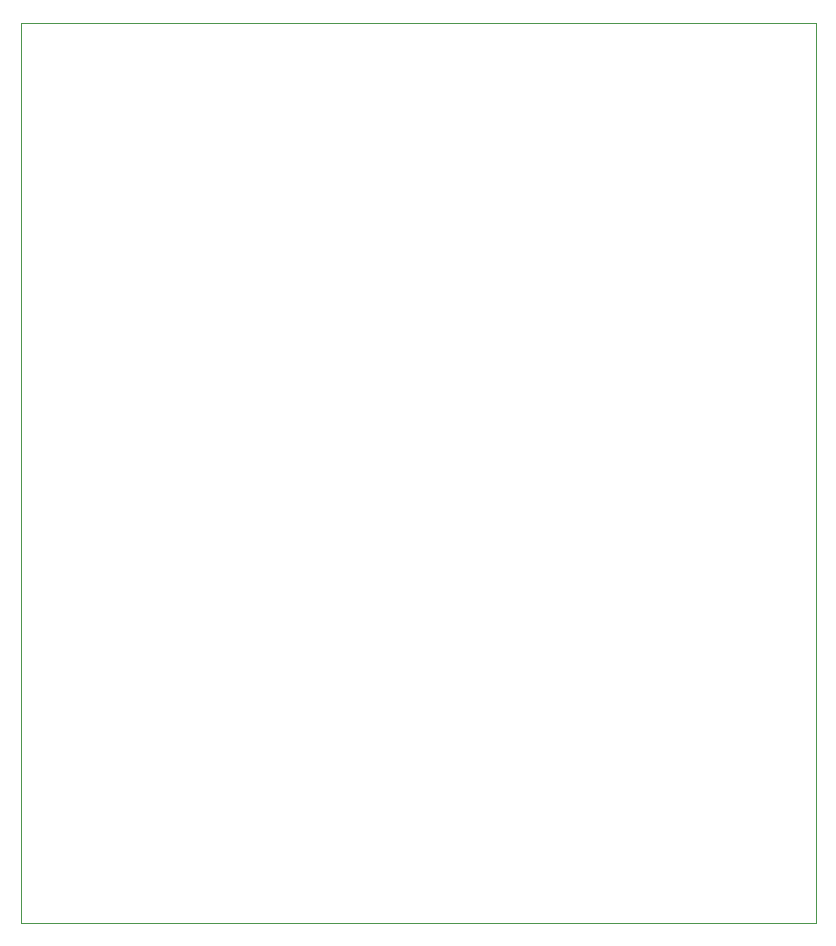
<source format=gbr>
G04 #@! TF.FileFunction,Profile,NP*
%FSLAX46Y46*%
G04 Gerber Fmt 4.6, Leading zero omitted, Abs format (unit mm)*
G04 Created by KiCad (PCBNEW 4.0.4-stable) date 04/16/17 22:08:56*
%MOMM*%
%LPD*%
G01*
G04 APERTURE LIST*
%ADD10C,0.100000*%
G04 APERTURE END LIST*
D10*
X184150000Y-40640000D02*
X184150000Y-63500000D01*
X116840000Y-40640000D02*
X116840000Y-63500000D01*
X116840000Y-116840000D02*
X116840000Y-63500000D01*
X184150000Y-116840000D02*
X116840000Y-116840000D01*
X184150000Y-63500000D02*
X184150000Y-116840000D01*
X116840000Y-40640000D02*
X184150000Y-40640000D01*
M02*

</source>
